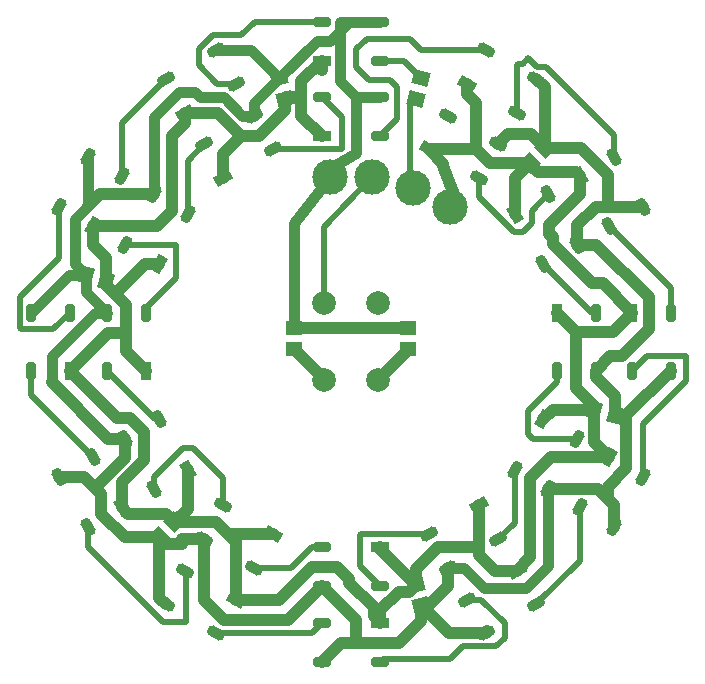
<source format=gtl>
G04 Layer_Physical_Order=1*
G04 Layer_Color=255*
%FSLAX42Y42*%
%MOMM*%
G71*
G01*
G75*
G04:AMPARAMS|DCode=10|XSize=1.4mm|YSize=1.2mm|CornerRadius=0mm|HoleSize=0mm|Usage=FLASHONLY|Rotation=135.000|XOffset=0mm|YOffset=0mm|HoleType=Round|Shape=Rectangle|*
%AMROTATEDRECTD10*
4,1,4,0.92,-0.07,0.07,-0.92,-0.92,0.07,-0.07,0.92,0.92,-0.07,0.0*
%
%ADD10ROTATEDRECTD10*%

G04:AMPARAMS|DCode=11|XSize=1.4mm|YSize=1.2mm|CornerRadius=0mm|HoleSize=0mm|Usage=FLASHONLY|Rotation=75.000|XOffset=0mm|YOffset=0mm|HoleType=Round|Shape=Rectangle|*
%AMROTATEDRECTD11*
4,1,4,0.40,-0.83,-0.76,-0.52,-0.40,0.83,0.76,0.52,0.40,-0.83,0.0*
%
%ADD11ROTATEDRECTD11*%

G04:AMPARAMS|DCode=12|XSize=1.4mm|YSize=1.2mm|CornerRadius=0mm|HoleSize=0mm|Usage=FLASHONLY|Rotation=15.000|XOffset=0mm|YOffset=0mm|HoleType=Round|Shape=Rectangle|*
%AMROTATEDRECTD12*
4,1,4,-0.52,-0.76,-0.83,0.40,0.52,0.76,0.83,-0.40,-0.52,-0.76,0.0*
%
%ADD12ROTATEDRECTD12*%

%ADD13R,1.40X1.20*%
G04:AMPARAMS|DCode=14|XSize=1.5mm|YSize=0.9mm|CornerRadius=0mm|HoleSize=0mm|Usage=FLASHONLY|Rotation=300.000|XOffset=0mm|YOffset=0mm|HoleType=Round|Shape=Octagon|*
%AMOCTAGOND14*
4,1,8,0.18,-0.76,0.57,-0.54,0.65,-0.23,0.13,0.68,-0.18,0.76,-0.57,0.54,-0.65,0.23,-0.13,-0.68,0.18,-0.76,0.0*
%
%ADD14OCTAGOND14*%

G04:AMPARAMS|DCode=15|XSize=1.5mm|YSize=0.9mm|CornerRadius=0mm|HoleSize=0mm|Usage=FLASHONLY|Rotation=300.000|XOffset=0mm|YOffset=0mm|HoleType=Round|Shape=Rectangle|*
%AMROTATEDRECTD15*
4,1,4,-0.76,0.42,0.01,0.87,0.76,-0.42,-0.01,-0.87,-0.76,0.42,0.0*
%
%ADD15ROTATEDRECTD15*%

G04:AMPARAMS|DCode=16|XSize=1.5mm|YSize=0.9mm|CornerRadius=0mm|HoleSize=0mm|Usage=FLASHONLY|Rotation=270.000|XOffset=0mm|YOffset=0mm|HoleType=Round|Shape=Octagon|*
%AMOCTAGOND16*
4,1,8,-0.23,-0.75,0.23,-0.75,0.45,-0.53,0.45,0.53,0.23,0.75,-0.23,0.75,-0.45,0.53,-0.45,-0.53,-0.23,-0.75,0.0*
%
%ADD16OCTAGOND16*%

%ADD17R,0.90X1.50*%
G04:AMPARAMS|DCode=18|XSize=1.5mm|YSize=0.9mm|CornerRadius=0mm|HoleSize=0mm|Usage=FLASHONLY|Rotation=240.000|XOffset=0mm|YOffset=0mm|HoleType=Round|Shape=Octagon|*
%AMOCTAGOND18*
4,1,8,-0.57,-0.54,-0.18,-0.76,0.13,-0.68,0.65,0.23,0.57,0.54,0.18,0.76,-0.13,0.68,-0.65,-0.23,-0.57,-0.54,0.0*
%
%ADD18OCTAGOND18*%

G04:AMPARAMS|DCode=19|XSize=1.5mm|YSize=0.9mm|CornerRadius=0mm|HoleSize=0mm|Usage=FLASHONLY|Rotation=240.000|XOffset=0mm|YOffset=0mm|HoleType=Round|Shape=Rectangle|*
%AMROTATEDRECTD19*
4,1,4,-0.01,0.87,0.76,0.42,0.01,-0.87,-0.76,-0.42,-0.01,0.87,0.0*
%
%ADD19ROTATEDRECTD19*%

G04:AMPARAMS|DCode=20|XSize=1.5mm|YSize=0.9mm|CornerRadius=0mm|HoleSize=0mm|Usage=FLASHONLY|Rotation=210.000|XOffset=0mm|YOffset=0mm|HoleType=Round|Shape=Octagon|*
%AMOCTAGOND20*
4,1,8,-0.76,-0.18,-0.54,-0.57,-0.23,-0.65,0.68,-0.13,0.76,0.18,0.54,0.57,0.23,0.65,-0.68,0.13,-0.76,-0.18,0.0*
%
%ADD20OCTAGOND20*%

G04:AMPARAMS|DCode=21|XSize=1.5mm|YSize=0.9mm|CornerRadius=0mm|HoleSize=0mm|Usage=FLASHONLY|Rotation=210.000|XOffset=0mm|YOffset=0mm|HoleType=Round|Shape=Rectangle|*
%AMROTATEDRECTD21*
4,1,4,0.42,0.76,0.87,-0.01,-0.42,-0.76,-0.87,0.01,0.42,0.76,0.0*
%
%ADD21ROTATEDRECTD21*%

G04:AMPARAMS|DCode=22|XSize=1.5mm|YSize=0.9mm|CornerRadius=0mm|HoleSize=0mm|Usage=FLASHONLY|Rotation=180.000|XOffset=0mm|YOffset=0mm|HoleType=Round|Shape=Octagon|*
%AMOCTAGOND22*
4,1,8,-0.75,0.23,-0.75,-0.23,-0.53,-0.45,0.53,-0.45,0.75,-0.23,0.75,0.23,0.53,0.45,-0.53,0.45,-0.75,0.23,0.0*
%
%ADD22OCTAGOND22*%

%ADD23R,1.50X0.90*%
G04:AMPARAMS|DCode=24|XSize=1.5mm|YSize=0.9mm|CornerRadius=0mm|HoleSize=0mm|Usage=FLASHONLY|Rotation=150.000|XOffset=0mm|YOffset=0mm|HoleType=Round|Shape=Octagon|*
%AMOCTAGOND24*
4,1,8,-0.54,0.57,-0.76,0.18,-0.68,-0.13,0.23,-0.65,0.54,-0.57,0.76,-0.18,0.68,0.13,-0.23,0.65,-0.54,0.57,0.0*
%
%ADD24OCTAGOND24*%

G04:AMPARAMS|DCode=25|XSize=1.5mm|YSize=0.9mm|CornerRadius=0mm|HoleSize=0mm|Usage=FLASHONLY|Rotation=150.000|XOffset=0mm|YOffset=0mm|HoleType=Round|Shape=Rectangle|*
%AMROTATEDRECTD25*
4,1,4,0.87,0.01,0.42,-0.76,-0.87,-0.01,-0.42,0.76,0.87,0.01,0.0*
%
%ADD25ROTATEDRECTD25*%

G04:AMPARAMS|DCode=26|XSize=1.4mm|YSize=1.2mm|CornerRadius=0mm|HoleSize=0mm|Usage=FLASHONLY|Rotation=345.000|XOffset=0mm|YOffset=0mm|HoleType=Round|Shape=Rectangle|*
%AMROTATEDRECTD26*
4,1,4,-0.83,-0.40,-0.52,0.76,0.83,0.40,0.52,-0.76,-0.83,-0.40,0.0*
%
%ADD26ROTATEDRECTD26*%

%ADD27C,1.00*%
%ADD28C,0.90*%
%ADD29C,0.50*%
%ADD30C,2.00*%
%ADD31C,3.00*%
D10*
X13935Y4511D02*
D03*
X14063Y4639D02*
D03*
X10928Y1474D02*
D03*
X10800Y1346D02*
D03*
D11*
X14482Y2423D02*
D03*
X14656Y2377D02*
D03*
X10351Y3517D02*
D03*
X10177Y3563D02*
D03*
D12*
X12971Y942D02*
D03*
X13017Y768D02*
D03*
X11862Y5058D02*
D03*
X11816Y5232D02*
D03*
D13*
X11944Y2940D02*
D03*
Y3120D02*
D03*
X12904Y2940D02*
D03*
Y3120D02*
D03*
D14*
X14339Y3823D02*
D03*
X14053Y3658D02*
D03*
X14094Y4247D02*
D03*
X10509Y2177D02*
D03*
X10795Y2342D02*
D03*
X10754Y1753D02*
D03*
X14893Y4143D02*
D03*
X14608Y3978D02*
D03*
X14648Y4567D02*
D03*
X9955Y1857D02*
D03*
X10240Y2022D02*
D03*
X10200Y1433D02*
D03*
D15*
X13808Y4082D02*
D03*
X11040Y1918D02*
D03*
X14363Y4402D02*
D03*
X10485Y1598D02*
D03*
D16*
X14494Y2755D02*
D03*
X14164D02*
D03*
X14494Y3245D02*
D03*
X10354D02*
D03*
X10684D02*
D03*
X10354Y2755D02*
D03*
X15134D02*
D03*
X14804D02*
D03*
X15134Y3245D02*
D03*
X9714D02*
D03*
X10044D02*
D03*
X9714Y2755D02*
D03*
D17*
X14164Y3245D02*
D03*
X10684Y2755D02*
D03*
X14804Y3245D02*
D03*
X10044Y2755D02*
D03*
D18*
X14094Y1753D02*
D03*
X13808Y1918D02*
D03*
X14339Y2177D02*
D03*
X10754Y4247D02*
D03*
X11040Y4082D02*
D03*
X10509Y3823D02*
D03*
X14648Y1433D02*
D03*
X14363Y1598D02*
D03*
X14893Y1857D02*
D03*
X10200Y4567D02*
D03*
X10485Y4402D02*
D03*
X9955Y4143D02*
D03*
D19*
X14053Y2342D02*
D03*
X10795Y3658D02*
D03*
X14608Y2022D02*
D03*
X10240Y3978D02*
D03*
D20*
X13247Y1085D02*
D03*
X13082Y1371D02*
D03*
X13671Y1330D02*
D03*
X11601Y4915D02*
D03*
X11766Y4629D02*
D03*
X11177Y4670D02*
D03*
X13567Y531D02*
D03*
X13402Y816D02*
D03*
X13991Y776D02*
D03*
X11281Y5469D02*
D03*
X11446Y5184D02*
D03*
X10857Y5224D02*
D03*
D21*
X13506Y1616D02*
D03*
X11342Y4384D02*
D03*
X13826Y1061D02*
D03*
X11022Y4939D02*
D03*
D22*
X12179Y930D02*
D03*
Y1260D02*
D03*
X12669Y930D02*
D03*
Y5070D02*
D03*
Y4740D02*
D03*
X12179Y5070D02*
D03*
Y290D02*
D03*
Y620D02*
D03*
X12669Y290D02*
D03*
Y5710D02*
D03*
Y5380D02*
D03*
X12179Y5710D02*
D03*
D23*
X12669Y1260D02*
D03*
X12179Y4740D02*
D03*
X12669Y620D02*
D03*
X12179Y5380D02*
D03*
D24*
X11177Y1330D02*
D03*
X11342Y1616D02*
D03*
X11601Y1085D02*
D03*
X13671Y4670D02*
D03*
X13506Y4384D02*
D03*
X13247Y4915D02*
D03*
X13991Y5224D02*
D03*
X13826Y4939D02*
D03*
X13567Y5469D02*
D03*
X10857Y776D02*
D03*
X11022Y1061D02*
D03*
X11281Y531D02*
D03*
D25*
X11766Y1371D02*
D03*
X13082Y4629D02*
D03*
X13402Y5184D02*
D03*
X11446Y816D02*
D03*
D26*
X13017Y5232D02*
D03*
X12971Y5058D02*
D03*
D27*
X13307Y4226D02*
X13204Y4485D01*
X13307Y4226D02*
X13264Y4140D01*
X13204Y4507D02*
X13082Y4629D01*
X13204Y4485D02*
Y4507D01*
X13480Y4629D02*
Y5019D01*
X13402Y5097D01*
Y5184D01*
X13480Y4629D02*
X13082D01*
X13598Y4511D02*
X13480Y4629D01*
X13935Y4511D02*
X13598D01*
X13017Y638D02*
Y768D01*
Y638D02*
X12829Y450D01*
X12469D01*
X12339D02*
X12179Y290D01*
X12469Y450D02*
X12339D01*
X12469D02*
Y640D01*
X12179Y930D01*
X12409Y960D02*
Y990D01*
X12614Y755D02*
X12409Y960D01*
X12614Y675D02*
Y755D01*
X11874Y5070D02*
X11862Y5058D01*
X11989Y5070D02*
X11874D01*
X12004Y5085D02*
X11989Y5070D01*
X12004Y5085D02*
Y5205D01*
X12179Y5380D02*
X12004Y5205D01*
X10240Y3819D02*
Y3978D01*
X10351Y3708D02*
X10240Y3819D01*
X10351Y3517D02*
Y3708D01*
X10928Y1474D02*
X10856Y1545D01*
X10538D01*
X10485Y1598D01*
X10857Y776D02*
X10800Y832D01*
X11177Y1330D02*
X10994D01*
Y1285D02*
Y1330D01*
Y1285D02*
X10862D01*
X10800Y832D02*
Y1285D01*
X12971Y942D02*
X12914Y885D01*
X12829D01*
X12669Y725D01*
Y620D02*
Y725D01*
X13255Y531D02*
X13017Y768D01*
X13567Y531D02*
X13255D01*
X13247Y928D02*
Y1085D01*
Y928D02*
X13087Y768D01*
X13017D01*
X14482Y2148D02*
Y2423D01*
X14608Y2022D02*
X14482Y2148D01*
X14135Y2423D02*
X14053Y2342D01*
X14482Y2423D02*
X14135D01*
X14756Y2377D02*
X14656D01*
X15134Y2755D02*
X14756Y2377D01*
X14494Y2700D02*
Y2755D01*
X14656Y2538D02*
X14494Y2700D01*
X13935Y4511D02*
X13808Y4384D01*
X14007Y4440D02*
X13935Y4511D01*
X14325Y4440D02*
X14007D01*
X14363Y4402D02*
X14325Y4440D01*
X14063Y4639D02*
Y5153D01*
X13991Y5224D01*
X14063Y4639D02*
X13946Y4755D01*
X13756D01*
X13671Y4670D01*
X11862Y4958D02*
X11644Y4740D01*
X11494D01*
X11295Y4939D01*
X11022D01*
X11862Y4958D02*
Y5058D01*
X11342Y4384D02*
Y4588D01*
X11494Y4740D02*
X11342Y4588D01*
X10754Y4247D02*
X10296D01*
X10200Y4151D01*
X11022Y4853D02*
Y4939D01*
Y4853D02*
X10909Y4740D01*
Y4110D02*
Y4740D01*
Y4110D02*
X10777Y3978D01*
X10351Y3483D02*
Y3517D01*
X10684Y2755D02*
X10519Y2920D01*
X10364Y3075D02*
X10044Y2755D01*
X10519Y3075D02*
X10364D01*
X10519Y2920D02*
Y3075D01*
Y3315D01*
X10444Y2355D02*
X10044Y2755D01*
X10549Y2355D02*
X10444D01*
X11280Y1474D02*
X10928D01*
X11383Y1371D02*
X11280Y1474D01*
X11766Y1371D02*
X11383D01*
X11446Y816D02*
Y1308D01*
X11383Y1371D01*
X11177Y812D02*
Y1330D01*
X11344Y645D02*
X11177Y812D01*
X11894Y645D02*
X11344D01*
X12179Y930D02*
X11894Y645D01*
X10509Y2177D02*
X10367D01*
X9889Y2655D01*
X10309Y1545D02*
Y1710D01*
X10508Y1346D02*
X10309Y1545D01*
X10800Y1346D02*
X10508D01*
X10162Y1857D02*
X9955D01*
X10309Y1710D02*
X10162Y1857D01*
X10777Y3978D02*
X10240D01*
X12179Y5300D02*
Y5380D01*
Y5380D01*
X10309Y1710D02*
X10264Y1755D01*
Y1770D01*
X10509Y2015D02*
X10264Y1770D01*
X10509Y2015D02*
Y2177D01*
X11815Y816D02*
X11446D01*
X12094Y1095D02*
X11815Y816D01*
X12304Y1095D02*
X12094D01*
X12409Y990D02*
X12304Y1095D01*
X12669Y620D02*
X12614Y675D01*
X12971Y942D02*
X12669Y1244D01*
Y1260D01*
X13826Y1061D02*
X13643D01*
X13506Y1198D01*
X12971Y942D02*
Y1072D01*
X13159Y1260D02*
X12971Y1072D01*
X13506Y1260D02*
X13159D01*
X13506Y1198D02*
Y1260D01*
Y1616D01*
X12004Y4915D02*
Y5085D01*
X12179Y4740D02*
X12004Y4915D01*
X10795Y3658D02*
X10682D01*
X10459Y3435D01*
X10519Y3315D02*
X10351Y3483D01*
X11040Y1586D02*
Y1918D01*
Y1586D02*
X10928Y1474D01*
X10485Y1598D02*
Y1811D01*
X10669Y1995D02*
X10485Y1811D01*
X10669Y1995D02*
Y2235D01*
X10549Y2355D01*
X13939Y1174D02*
X13826Y1061D01*
X13939Y1174D02*
Y1845D01*
X14116Y2022D02*
X13939Y1845D01*
X14608Y2022D02*
X14116D01*
X14648Y1433D02*
Y1616D01*
X14511Y1753D02*
X14094D01*
X14599Y1665D02*
Y1770D01*
X14756Y1927D02*
X14599Y1770D01*
X14648Y1616D02*
X14599Y1665D01*
X14511Y1753D01*
X14756Y1927D02*
Y2377D01*
X14656D02*
Y2538D01*
X14482Y2423D02*
Y2457D01*
X14329Y2610D01*
Y3080D01*
X14164Y3245D01*
X14804D02*
X14639Y3080D01*
X14329D01*
X14464Y3495D02*
X14134Y3825D01*
X14554Y3495D02*
X14464D01*
X14804Y3245D02*
X14554Y3495D01*
X14496Y3823D02*
X14339D01*
X14944Y3375D02*
X14496Y3823D01*
X14944Y3105D02*
Y3375D01*
Y3105D02*
X14719Y2880D01*
X14619D01*
X14494Y2755D01*
X14134Y3825D02*
Y3885D01*
X14363Y4249D02*
Y4402D01*
Y4249D02*
X14104Y3990D01*
Y3915D02*
Y3990D01*
X14134Y3885D02*
X14104Y3915D01*
X14339Y3823D02*
Y3985D01*
X14497Y4143D02*
X14339Y3985D01*
X14599Y4143D02*
Y4410D01*
X14370Y4639D01*
X14063D01*
X14893Y4143D02*
X14599D01*
X14497D01*
X13808Y4082D02*
Y4384D01*
X12904Y3120D02*
X11944D01*
X12904Y2930D02*
Y2940D01*
Y2930D02*
X12649Y2675D01*
X12199Y2685D02*
X11944Y2940D01*
X12199Y2675D02*
Y2685D01*
D28*
X12265Y4480D02*
X12244Y4395D01*
X12469Y4602D02*
X12265Y4480D01*
X12469Y4602D02*
Y5070D01*
X11944Y3120D02*
Y4005D01*
X12244Y4395D02*
X11944Y4005D01*
X12669Y5710D02*
X12334D01*
Y5205D02*
Y5710D01*
X12469Y5070D02*
X12334Y5205D01*
X12669Y5070D02*
X12469D01*
X12244Y5550D02*
X12134D01*
X12404Y5710D02*
X12244Y5550D01*
X12669Y5710D02*
X12404D01*
X12134Y5550D02*
X11816Y5232D01*
X10754Y4247D02*
Y4900D01*
X10969Y5115D02*
X10754Y4900D01*
X11104Y5115D02*
X10969D01*
X11149Y5070D02*
X11104Y5115D01*
X11344Y5070D02*
X11149D01*
X11499Y4915D02*
X11344Y5070D01*
X11601Y4915D02*
X11499D01*
X11816Y5232D02*
X11578Y5469D01*
X11281D01*
X11816Y5232D02*
X11601Y5017D01*
Y4915D02*
Y5017D01*
X10200Y4151D02*
Y4567D01*
X10177Y3563D02*
X10032D01*
X9714Y3245D01*
X10200Y4151D02*
X10084Y4035D01*
Y3656D02*
Y4035D01*
X10177Y3563D02*
X10084Y3656D01*
X10177Y3422D02*
Y3563D01*
X10354Y3245D02*
X10177Y3422D01*
X10354Y3245D02*
X10254D01*
X9889Y2880D01*
Y2655D02*
Y2880D01*
X13567Y531D02*
Y558D01*
X14094Y1100D02*
X13909Y915D01*
X13549D01*
X13379Y1085D01*
X13247D01*
X14094Y1100D02*
Y1753D01*
D29*
X12604Y4395D02*
X12199Y3975D01*
Y3325D02*
Y3975D01*
X12949Y4305D02*
X12919Y4380D01*
X13567Y5469D02*
X13015D01*
X12814Y4885D02*
X12669Y4740D01*
X12814Y4885D02*
Y5160D01*
X12754Y5220D01*
X12574D01*
X12469Y5325D01*
Y5475D01*
X12559Y5565D02*
X12469Y5475D01*
X12919Y5565D02*
X12559D01*
X13015Y5469D02*
X12919Y5565D01*
X12971Y5058D02*
X12919Y5006D01*
Y4380D02*
Y5006D01*
X12349Y4900D02*
X12179Y5070D01*
X12349Y4635D02*
Y4900D01*
Y4635D02*
X11772D01*
X13264Y315D02*
X12694D01*
X13369Y420D02*
X13264Y315D01*
X13654Y420D02*
X13369D01*
X13729Y495D02*
X13654Y420D01*
X12694Y315D02*
X12669Y290D01*
X12869Y5380D02*
X12669D01*
X13017Y5232D02*
X12869Y5380D01*
X10240Y2022D02*
X9714Y2549D01*
Y2755D01*
X12090Y531D02*
X11281D01*
X12179Y620D02*
X12090Y531D01*
X14363Y1147D02*
X13991Y776D01*
X14363Y1147D02*
Y1598D01*
X15134Y3245D02*
Y3451D01*
X14608Y3978D01*
X10857Y5224D02*
X10485Y4853D01*
Y4402D02*
Y4853D01*
X11177Y4670D02*
X11040Y4533D01*
Y4082D02*
Y4533D01*
X10767Y2342D02*
X10354Y2755D01*
X10795Y2342D02*
X10767D01*
X13808Y1467D02*
X13671Y1330D01*
X13808Y1467D02*
Y1918D01*
X14494Y3245D02*
X14466D01*
X14053Y3658D01*
X12179Y1260D02*
X12094D01*
X11919Y1085D01*
X11601D01*
X11772Y4635D02*
X11766Y4629D01*
X12179Y5710D02*
X11609D01*
X11494Y5595D01*
X11254D01*
X11134Y5475D01*
Y5340D02*
Y5475D01*
X11290Y5184D02*
X11134Y5340D01*
X11446Y5184D02*
X11290D01*
X9955Y3711D02*
Y4143D01*
Y3711D02*
X9619Y3375D01*
Y3120D02*
Y3375D01*
X9634Y3105D02*
X9619Y3120D01*
X9904Y3105D02*
X9634D01*
X10044Y3245D02*
X9904Y3105D01*
X10937Y3823D02*
X10509D01*
X10939Y3821D02*
X10937Y3823D01*
X10939Y3540D02*
Y3821D01*
Y3540D02*
X10684Y3285D01*
Y3245D02*
Y3285D01*
X10200Y1264D02*
Y1433D01*
X10834Y630D02*
X10200Y1264D01*
X11029Y630D02*
X10834D01*
X11029D02*
Y1054D01*
X11022Y1061D01*
X11342Y1616D02*
Y1847D01*
X11089Y2100D01*
X10999D01*
X10754Y1855D01*
Y1753D02*
Y1855D01*
X13082Y1371D02*
X12505D01*
X12499Y1365D01*
Y1100D02*
Y1365D01*
X12669Y930D02*
X12499Y1100D01*
X13528Y816D02*
X13402D01*
X13729Y615D02*
X13528Y816D01*
X13729Y495D02*
Y615D01*
X14339Y2177D02*
X13967D01*
X14164Y2655D02*
Y2755D01*
X14893Y1857D02*
Y2304D01*
X15259Y2670D02*
X14893Y2304D01*
X15259Y2670D02*
Y2880D01*
X14929D01*
X14804Y2755D01*
X13967Y2177D02*
X13924Y2220D01*
Y2415D01*
X14164Y2655D02*
X13924Y2415D01*
X14648Y4567D02*
Y4751D01*
X14074Y5325D01*
X13999D01*
X13924Y5400D01*
X13879Y5355D01*
X13834D01*
X13826Y5347D01*
Y4939D02*
Y5347D01*
X14094Y4247D02*
X13954Y4107D01*
Y4005D02*
Y4107D01*
Y4005D02*
X13879Y3930D01*
X13804D01*
X13506Y4228D01*
Y4384D01*
D30*
X12199Y3325D02*
D03*
X12649D02*
D03*
X12199Y2675D02*
D03*
X12649D02*
D03*
D31*
X12244Y4395D02*
D03*
X12604D02*
D03*
X12949Y4305D02*
D03*
X13264Y4140D02*
D03*
M02*

</source>
